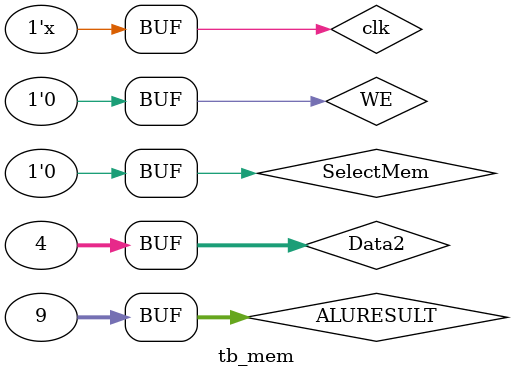
<source format=sv>
`timescale 1 ps/ 1 ps
module tb_mem();



logic SelectMem, WE, clk;
logic [31:0] ALURESULT;
logic [31:0] Data2;

logic [31:0] Data5;


			
			
EXE exep(SelectMem, WE, clk,ALURESULT,Data2, Data5);

						
initial begin 

	clk =0;
	SelectMem = 1'b1;
	WE = 1'b1;
	ALURESULT = 32'd8;
	Data2 = 32'd3;

	


	#5
	SelectMem = 1'b0;
	WE = 1'b0;
	ALURESULT = 32'd9;
	Data2 = 32'd4;

end
always 
	#5 clk <= !clk;

endmodule
</source>
